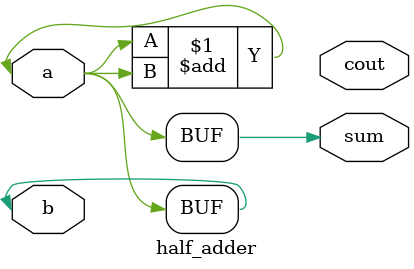
<source format=v>
module half_adder( 
input a, b,
output cout, sum );

wire a, b, cout, sum;

assign a = a + b;
assign b = a;
assign sum = a;

endmodule

</source>
